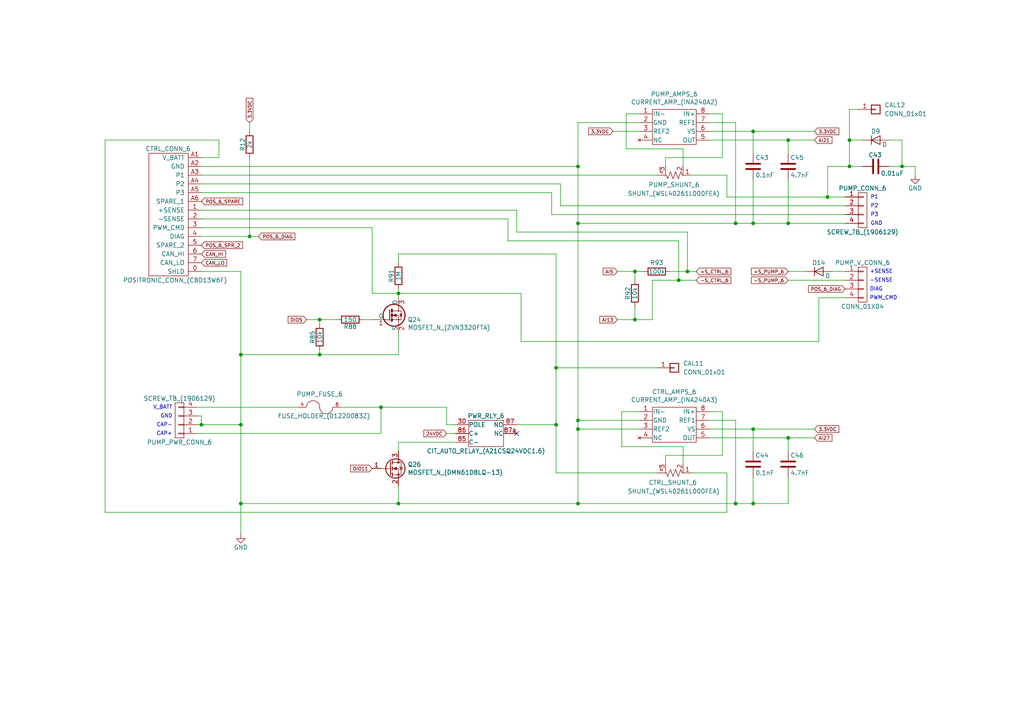
<source format=kicad_sch>
(kicad_sch (version 20250114) (generator "eeschema") (generator_version "9.0")
  (paper "A4")
  (lib_symbols
    (symbol "Connector_Generic:Conn_01x01" (pin_names (offset 1.016) (hide yes))
      (property "Reference" "J1" (at 2.54 1.2701 0))
      (property "Value" "Conn_01x01" (at 2.54 -1.2699 0))
      (symbol "Conn_01x01_1_1"
        (rectangle (start -1.27 1.27) (end 1.27 -1.27) (stroke (width 0.254)))
        (rectangle (start -1.27 0.127) (end 0 -0.127) (stroke (width 0.1524)))
        (pin passive line (at -5.08 0 0) (length 3.81) (name "Pin_1") (number "1"))
      )
    )
    (symbol "Device:Q_NMOS_GSD" (pin_names (offset 0) (hide yes))
      (property "Reference" "Q" (at 5.08 1.27 0))
      (property "Value" "Q_NMOS_GSD" (at 5.08 -1.27 0))
      (symbol "Q_NMOS_GSD_0_1"
        (polyline (pts (xy 0.254 1.905) (xy 0.254 -1.905)) (stroke (width 0.254)))
        (polyline (pts (xy 0.254 0) (xy -2.54 0)))
        (polyline (pts (xy 0.762 2.286) (xy 0.762 1.27)) (stroke (width 0.254)))
        (polyline (pts (xy 0.762 0.508) (xy 0.762 -0.508)) (stroke (width 0.254)))
        (polyline (pts (xy 0.762 -1.27) (xy 0.762 -2.286)) (stroke (width 0.254)))
        (polyline (pts (xy 0.762 -1.778) (xy 3.302 -1.778) (xy 3.302 1.778) (xy 0.762 1.778)))
        (polyline (pts (xy 1.016 0) (xy 2.032 0.381) (xy 2.032 -0.381) (xy 1.016 0)) (fill (type outline)))
        (circle (center 1.651 0) (radius 2.794) (stroke (width 0.254)))
        (polyline (pts (xy 2.54 2.54) (xy 2.54 1.778)))
        (circle (center 2.54 1.778) (radius 0.254) (fill (type outline)))
        (circle (center 2.54 -1.778) (radius 0.254) (fill (type outline)))
        (polyline (pts (xy 2.54 -2.54) (xy 2.54 0) (xy 0.762 0)))
        (polyline (pts (xy 2.794 0.508) (xy 2.921 0.381) (xy 3.683 0.381) (xy 3.81 0.254)))
        (polyline (pts (xy 3.302 0.381) (xy 2.921 -0.254) (xy 3.683 -0.254) (xy 3.302 0.381)))
      )
      (symbol "Q_NMOS_GSD_1_1"
        (pin input line (at -5.08 0 0) (length 2.54) (name "G") (number "1"))
        (pin passive line (at 2.54 5.08 270) (length 2.54) (name "D") (number "3"))
        (pin passive line (at 2.54 -5.08 90) (length 2.54) (name "S") (number "2"))
      )
    )
    (symbol "Device:R_Shunt_US" (pin_names (offset 0) (hide yes))
      (property "Reference" "R" (at -5.08 0 90))
      (property "Value" "R_Shunt_US" (at -3.048 0 90))
      (symbol "R_Shunt_US_1_1"
        (polyline (pts (xy 0 2.286) (xy 0 2.54)))
        (polyline (pts (xy 0 2.286) (xy 1.016 1.905) (xy 0 1.524) (xy -1.016 1.143) (xy 0 0.762)))
        (polyline (pts (xy 0 0.762) (xy 1.016 0.381) (xy 0 0) (xy -1.016 -0.381) (xy 0 -0.762)))
        (polyline (pts (xy 0 -0.762) (xy 1.016 -1.143) (xy 0 -1.524) (xy -1.016 -1.905) (xy 0 -2.286)))
        (polyline (pts (xy 0 -2.286) (xy 0 -2.54)))
        (polyline (pts (xy 0 -2.54) (xy 1.27 -2.54)))
        (polyline (pts (xy 1.27 2.54) (xy 0 2.54)))
        (pin passive line (at 0 5.08 270) (length 2.54) (name "~") (number "1"))
        (pin passive line (at 0 -5.08 90) (length 2.54) (name "~") (number "4"))
        (pin passive line (at 2.54 2.54 180) (length 1.27) (name "~") (number "2"))
        (pin passive line (at 2.54 -2.54 180) (length 1.27) (name "~") (number "3"))
      )
    )
    (symbol "Smart-Tank-Motherboard-rescue:C" (pin_numbers (hide yes)) (pin_names (offset 0.254))
      (property "Reference" "C" (at 0.635 2.54 0))
      (property "Value" "C" (at 0.635 -2.54 0))
      (symbol "C_0_1"
        (polyline (pts (xy -2.032 0.762) (xy 2.032 0.762)) (stroke (width 0.508)))
        (polyline (pts (xy -2.032 -0.762) (xy 2.032 -0.762)) (stroke (width 0.508)))
      )
      (symbol "C_1_1"
        (pin passive line (at 0 3.81 270) (length 2.794) (name "~") (number "1"))
        (pin passive line (at 0 -3.81 90) (length 2.794) (name "~") (number "2"))
      )
    )
    (symbol "Smart-Tank-Motherboard-rescue:CONN_01X04" (pin_names (offset 1.016) (hide yes))
      (property "Reference" "J" (at 0 6.35 0))
      (property "Value" "CONN_01X04" (at 2.54 0 90))
      (symbol "CONN_01X04_0_1"
        (rectangle (start -1.27 5.08) (end 1.27 -5.08))
        (rectangle (start -1.27 3.937) (end 0.254 3.683))
        (rectangle (start -1.27 1.397) (end 0.254 1.143))
        (rectangle (start -1.27 -1.143) (end 0.254 -1.397))
        (rectangle (start -1.27 -3.683) (end 0.254 -3.937))
      )
      (symbol "CONN_01X04_1_1"
        (pin passive line (at -5.08 3.81 0) (length 3.81) (name "P1") (number "1"))
        (pin passive line (at -5.08 1.27 0) (length 3.81) (name "P2") (number "2"))
        (pin passive line (at -5.08 -1.27 0) (length 3.81) (name "P3") (number "3"))
        (pin passive line (at -5.08 -3.81 0) (length 3.81) (name "P4") (number "4"))
      )
    )
    (symbol "Smart-Tank-Motherboard-rescue:D" (pin_numbers (hide yes)) (pin_names (offset 1.016) (hide yes))
      (property "Reference" "D" (at 0 2.54 0))
      (property "Value" "D" (at 0 -2.54 0))
      (symbol "D_0_1"
        (polyline (pts (xy -1.27 1.27) (xy -1.27 -1.27)) (stroke (width 0.2032)))
        (polyline (pts (xy 1.27 1.27) (xy 1.27 -1.27) (xy -1.27 0) (xy 1.27 1.27)) (stroke (width 0.2032)))
        (polyline (pts (xy 1.27 0) (xy -1.27 0)))
      )
      (symbol "D_1_1"
        (pin passive line (at -3.81 0 0) (length 2.54) (name "K") (number "1"))
        (pin passive line (at 3.81 0 180) (length 2.54) (name "A") (number "2"))
      )
    )
    (symbol "Smart-Tank-Motherboard-rescue:FUSE_HOLDER_(01220083Z)" (pin_names (offset 0.254))
      (property "Reference" "F" (at 0 3.81 0))
      (property "Value" "FUSE_HOLDER_(01220083Z)" (at 1.27 -3.81 0))
      (symbol "FUSE_HOLDER_(01220083Z)_0_1"
        (arc (start -3.81 0) (mid -1.905 1.905) (end 0 0))
        (arc (start 3.81 0) (mid 1.905 -1.905) (end 0 0))
      )
      (symbol "FUSE_HOLDER_(01220083Z)_1_1"
        (pin input line (at -6.35 0 0) (length 2.54) (name "~") (number "4"))
        (pin input line (at -6.35 0 0) (length 2.54) (hide yes) (name "~") (number "5"))
        (pin input line (at 6.35 0 180) (length 2.54) (name "~") (number "6"))
        (pin input line (at 6.35 0 180) (length 2.54) (hide yes) (name "~") (number "7"))
      )
    )
    (symbol "Smart-Tank-Motherboard-rescue:GND" (power) (pin_names (offset 0))
      (property "Value" "GND" (at 0 -3.81 0))
      (symbol "GND_0_1"
        (polyline (pts (xy 0 0) (xy 0 -1.27) (xy 1.27 -1.27) (xy 0 -2.54) (xy -1.27 -1.27) (xy 0 -1.27)))
      )
      (symbol "GND_1_1"
        (pin power_in line (at 0 0 270) (length 0) (hide yes) (name "GND") (number "1"))
      )
    )
    (symbol "Smart-Tank-Motherboard-rescue:MOSFET_N_(2N7002P,215)" (pin_names (offset 0))
      (property "Reference" "Q" (at 6.35 1.905 0))
      (property "Value" "MOSFET_N_(2N7002P,215)" (at 6.35 0 0))
      (symbol "MOSFET_N_(2N7002P,215)_0_1"
        (polyline (pts (xy 0 1.524) (xy 0 -1.524) (xy 0 -1.524)) (stroke (width 0.254)))
        (polyline (pts (xy 0.635 1.651) (xy 0.635 1.016)) (stroke (width 0.508)))
        (polyline (pts (xy 0.635 0.381) (xy 0.635 -0.381)) (stroke (width 0.508)))
        (polyline (pts (xy 0.635 -1.016) (xy 0.635 -1.651)) (stroke (width 0.508)))
        (polyline (pts (xy 0.762 1.27) (xy 2.54 1.27) (xy 2.54 2.54) (xy 2.54 2.54)))
        (polyline (pts (xy 0.762 0) (xy 1.27 0) (xy 2.54 0) (xy 2.54 -1.27) (xy 2.54 -1.27)))
        (polyline (pts (xy 0.762 -1.27) (xy 2.54 -1.27) (xy 2.54 -2.54) (xy 2.54 -2.54)))
        (polyline (pts (xy 0.889 0) (xy 1.905 0.381) (xy 1.905 -0.381) (xy 0.889 0) (xy 1.016 0) (xy 1.016 0)) (fill (type outline)))
        (circle (center 1.27 0) (radius 3.175) (stroke (width 0.3048)))
        (polyline (pts (xy 2.54 1.27) (xy 3.302 1.27) (xy 3.302 -1.27) (xy 2.54 -1.27)))
        (circle (center 2.54 1.27) (radius 0.127))
        (circle (center 2.54 -1.27) (radius 0.127))
        (polyline (pts (xy 3.048 0.381) (xy 2.921 0.254)))
        (polyline (pts (xy 3.048 0.381) (xy 3.556 0.381)))
        (polyline (pts (xy 3.302 0.381) (xy 3.048 -0.254) (xy 3.556 -0.254) (xy 3.302 0.381)) (fill (type outline)))
        (polyline (pts (xy 3.556 0.381) (xy 3.683 0.508)))
      )
      (symbol "MOSFET_N_(2N7002P,215)_1_1"
        (pin input line (at -5.08 -1.27 0) (length 5.08) (name "G") (number "1"))
        (pin passive line (at 2.54 5.08 270) (length 2.54) (name "D") (number "3"))
        (pin passive line (at 2.54 -5.08 90) (length 2.54) (name "S") (number "2"))
      )
    )
    (symbol "Smart-Tank-Motherboard-rescue:POSITRONIC_CONN_(CBD13W6F)" (pin_names (offset 1.016))
      (property "Reference" "CTRL_CONN_1" (at -0.762 16.51 0))
      (property "Value" "POSITRONIC_CONN_(CBD13W6F)" (at 1.27 -21.59 0))
      (symbol "POSITRONIC_CONN_(CBD13W6F)_0_1"
        (rectangle (start -6.35 15.24) (end 5.08 -20.32))
      )
      (symbol "POSITRONIC_CONN_(CBD13W6F)_1_1"
        (pin power_in line (at 8.89 13.97 180) (length 3.81) (name "V_BATT") (number "A1"))
        (pin power_in line (at 8.89 11.43 180) (length 3.81) (name "GND") (number "A2"))
        (pin power_out line (at 8.89 8.89 180) (length 3.81) (name "P1") (number "A3"))
        (pin power_out line (at 8.89 6.35 180) (length 3.81) (name "P2") (number "A4"))
        (pin power_out line (at 8.89 3.81 180) (length 3.81) (name "P3") (number "A5"))
        (pin input line (at 8.89 1.27 180) (length 3.81) (name "SPARE_1") (number "A6"))
        (pin passive line (at 8.89 -1.27 180) (length 3.81) (name "+SENSE") (number "1"))
        (pin passive line (at 8.89 -3.81 180) (length 3.81) (name "-SENSE") (number "2"))
        (pin input line (at 8.89 -6.35 180) (length 3.81) (name "PWM_CMD") (number "3"))
        (pin passive line (at 8.89 -8.89 180) (length 3.81) (name "DIAG") (number "4"))
        (pin passive line (at 8.89 -11.43 180) (length 3.81) (name "SPARE_2") (number "5"))
        (pin passive line (at 8.89 -13.97 180) (length 3.81) (name "CAN_HI") (number "6"))
        (pin passive line (at 8.89 -16.51 180) (length 3.81) (name "CAN_LO") (number "7"))
        (pin input line (at 8.89 -19.05 180) (length 3.81) (name "SHLD") (number "0"))
      )
    )
    (symbol "Smart-Tank-Motherboard-rescue:R" (pin_numbers (hide yes)) (pin_names (offset 0))
      (property "Reference" "R" (at 2.032 0 90))
      (property "Value" "R" (at 0 0 90))
      (symbol "R_0_1"
        (rectangle (start -1.016 -2.54) (end 1.016 2.54) (stroke (width 0.254)))
      )
      (symbol "R_1_1"
        (pin passive line (at 0 3.81 270) (length 1.27) (name "~") (number "1"))
        (pin passive line (at 0 -3.81 90) (length 1.27) (name "~") (number "2"))
      )
    )
    (symbol "Smart-Tank-Motherboard-rescue:SCREW_TB_(1906129)" (pin_names (offset 1.016) (hide yes))
      (property "Reference" "P" (at 0 6.35 0))
      (property "Value" "SCREW_TB_(1906129)" (at 2.54 0 90))
      (property "Description_1" " " (at 2.54 8.89 0))
      (symbol "SCREW_TB_(1906129)_0_1"
        (rectangle (start -1.27 5.08) (end 1.27 -5.08))
        (rectangle (start -1.27 3.937) (end 0.254 3.683))
        (rectangle (start -1.27 1.397) (end 0.254 1.143))
        (rectangle (start -1.27 -1.143) (end 0.254 -1.397))
        (rectangle (start -1.27 -3.683) (end 0.254 -3.937))
      )
      (symbol "SCREW_TB_(1906129)_1_1"
        (pin passive line (at -5.08 3.81 0) (length 3.81) (name "P1") (number "1"))
        (pin passive line (at -5.08 1.27 0) (length 3.81) (name "P2") (number "2"))
        (pin passive line (at -5.08 -1.27 0) (length 3.81) (name "P3") (number "3"))
        (pin passive line (at -5.08 -3.81 0) (length 3.81) (name "P4") (number "4"))
      )
    )
    (symbol "Smart-Tank-Motherboard-rescue:TE_AUTO_RELAY_(1432795-1)" (pin_names (offset 0.0254))
      (property "Reference" "P" (at 2.54 7.62 0))
      (property "Value" "TE_AUTO_RELAY_(1432795-1)" (at 3.81 -2.54 0))
      (symbol "TE_AUTO_RELAY_(1432795-1)_0_1"
        (rectangle (start -2.54 6.35) (end 7.62 -1.27))
      )
      (symbol "TE_AUTO_RELAY_(1432795-1)_1_1"
        (pin power_in line (at -6.35 5.08 0) (length 3.81) (name "POLE") (number "30"))
        (pin power_in line (at -6.35 2.54 0) (length 3.81) (name "C+") (number "86"))
        (pin input line (at -6.35 0 0) (length 3.81) (name "C-") (number "85"))
        (pin output line (at 11.43 5.08 180) (length 3.81) (name "NO") (number "87"))
        (pin output line (at 11.43 2.54 180) (length 3.81) (name "NC") (number "87a"))
      )
    )
    (symbol "_GARRETTS_PARTS:CURRENT_AMP_(INA240A3)" (pin_names (offset 0.254))
      (property "Reference" "CTRL_AMPS1" (at 15.24 6.985 0))
      (property "Value" "CURRENT_AMP_(INA240A3)" (at 15.24 4.6736 0))
      (symbol "CURRENT_AMP_(INA240A3)_0_1"
        (rectangle (start 8.89 2.54) (end 21.59 -7.62))
      )
      (symbol "CURRENT_AMP_(INA240A3)_1_1"
        (pin input line (at 5.08 1.27 0) (length 3.7084) (name "IN-") (number "1"))
        (pin power_in line (at 5.08 -1.27 0) (length 3.7084) (name "GND") (number "2"))
        (pin passive line (at 5.08 -3.81 0) (length 3.7084) (name "REF2") (number "3"))
        (pin no_connect line (at 5.08 -6.35 0) (length 3.7084) (name "NC") (number "4"))
        (pin input line (at 25.4 1.27 180) (length 3.7084) (name "IN+") (number "8"))
        (pin passive line (at 25.4 -1.27 180) (length 3.7084) (name "REF1") (number "7"))
        (pin power_in line (at 25.4 -3.81 180) (length 3.7084) (name "VS") (number "6"))
        (pin output line (at 25.4 -6.35 180) (length 3.7084) (name "OUT") (number "5"))
      )
    )
  )
  (text "P1" (at 252.476 57.912 0) (effects (font (size 1.0922 1.0922)) (justify left bottom)))
  (text "DIAG" (at 252.222 84.582 0) (effects (font (size 1.0922 1.0922)) (justify left bottom)))
  (text "GND" (at 252.476 65.532 0) (effects (font (size 1.0922 1.0922)) (justify left bottom)))
  (text "P2" (at 252.476 60.452 0) (effects (font (size 1.0922 1.0922)) (justify left bottom)))
  (text "CAP-" (at 50.038 123.952 0) (effects (font (size 1.0922 1.0922)) (justify right bottom)))
  (text "+SENSE" (at 252.222 79.502 0) (effects (font (size 1.0922 1.0922)) (justify left bottom)))
  (text "CAP+" (at 50.038 126.492 0) (effects (font (size 1.0922 1.0922)) (justify right bottom)))
  (text "-SENSE" (at 252.222 82.042 0) (effects (font (size 1.0922 1.0922)) (justify left bottom)))
  (text "PWM_CMD" (at 252.222 87.122 0) (effects (font (size 1.0922 1.0922)) (justify left bottom)))
  (text "GND\n" (at 50.038 121.412 0) (effects (font (size 1.0922 1.0922)) (justify right bottom)))
  (text "P3" (at 252.476 62.992 0) (effects (font (size 1.0922 1.0922)) (justify left bottom)))
  (text "V_BATT" (at 50.038 118.872 0) (effects (font (size 1.0922 1.0922)) (justify right bottom)))
  (junction (at 218.44 38.1))
  (junction (at 161.29 106.68))
  (junction (at 228.6 40.64))
  (junction (at 261.62 48.26))
  (junction (at 199.39 78.74))
  (junction (at 69.85 146.05))
  (junction (at 92.71 102.87))
  (junction (at 246.38 48.26))
  (junction (at 167.64 48.26))
  (junction (at 228.6 64.77))
  (junction (at 246.38 40.64))
  (junction (at 213.36 146.05))
  (junction (at 58.42 123.19))
  (junction (at 72.39 68.58))
  (junction (at 218.44 64.77))
  (junction (at 184.15 78.74))
  (junction (at 218.44 124.46))
  (junction (at 167.64 64.77))
  (junction (at 92.71 92.71))
  (junction (at 110.49 118.11))
  (junction (at 167.64 146.05))
  (junction (at 161.29 123.19))
  (junction (at 240.03 57.15))
  (junction (at 218.44 146.05))
  (junction (at 213.36 64.77))
  (junction (at 69.85 123.19))
  (junction (at 115.57 85.09))
  (junction (at 228.6 127))
  (junction (at 69.85 102.87))
  (junction (at 184.15 92.71))
  (junction (at 196.85 81.28))
  (junction (at 167.64 121.92))
  (junction (at 167.64 124.46))
  (junction (at 115.57 146.05))
  (no_connect (at 149.86 125.73))
  (wire (pts (xy 167.64 124.46) (xy 185.42 124.46)))
  (wire (pts (xy 167.64 64.77) (xy 213.36 64.77)))
  (wire (pts (xy 261.62 40.64) (xy 257.81 40.64)))
  (wire (pts (xy 177.8 38.1) (xy 185.42 38.1)))
  (wire (pts (xy 58.42 78.74) (xy 69.85 78.74)))
  (wire (pts (xy 58.42 48.26) (xy 167.64 48.26)))
  (wire (pts (xy 218.44 38.1) (xy 236.22 38.1)))
  (wire (pts (xy 228.6 52.07) (xy 228.6 64.77)))
  (wire (pts (xy 261.62 48.26) (xy 257.81 48.26)))
  (wire (pts (xy 161.29 106.68) (xy 161.29 123.19)))
  (wire (pts (xy 228.6 40.64) (xy 236.22 40.64)))
  (wire (pts (xy 151.13 85.09) (xy 151.13 99.06)))
  (wire (pts (xy 57.15 125.73) (xy 110.49 125.73)))
  (wire (pts (xy 179.07 78.74) (xy 184.15 78.74)))
  (wire (pts (xy 213.36 35.56) (xy 213.36 64.77)))
  (wire (pts (xy 58.42 123.19) (xy 69.85 123.19)))
  (wire (pts (xy 167.64 121.92) (xy 185.42 121.92)))
  (wire (pts (xy 151.13 99.06) (xy 237.49 99.06)))
  (wire (pts (xy 105.41 92.71) (xy 107.95 92.71)))
  (wire (pts (xy 72.39 45.72) (xy 72.39 68.58)))
  (wire (pts (xy 237.49 86.36) (xy 245.11 86.36)))
  (wire (pts (xy 30.48 40.64) (xy 30.48 148.59)))
  (wire (pts (xy 63.5 40.64) (xy 63.5 45.72)))
  (wire (pts (xy 209.55 45.72) (xy 209.55 33.02)))
  (wire (pts (xy 198.12 43.18) (xy 181.61 43.18)))
  (wire (pts (xy 205.74 40.64) (xy 228.6 40.64)))
  (wire (pts (xy 218.44 124.46) (xy 236.22 124.46)))
  (wire (pts (xy 261.62 40.64) (xy 261.62 48.26)))
  (wire (pts (xy 110.49 118.11) (xy 129.54 118.11)))
  (wire (pts (xy 241.3 78.74) (xy 245.11 78.74)))
  (wire (pts (xy 210.82 57.15) (xy 240.03 57.15)))
  (wire (pts (xy 129.54 125.73) (xy 132.08 125.73)))
  (wire (pts (xy 199.39 67.31) (xy 199.39 78.74)))
  (wire (pts (xy 58.42 66.04) (xy 107.95 66.04)))
  (wire (pts (xy 233.68 78.74) (xy 228.6 78.74)))
  (wire (pts (xy 69.85 102.87) (xy 69.85 123.19)))
  (wire (pts (xy 162.56 53.34) (xy 162.56 59.69)))
  (wire (pts (xy 240.03 57.15) (xy 245.11 57.15)))
  (wire (pts (xy 69.85 78.74) (xy 69.85 102.87)))
  (wire (pts (xy 213.36 146.05) (xy 218.44 146.05)))
  (wire (pts (xy 72.39 35.56) (xy 72.39 38.1)))
  (wire (pts (xy 92.71 101.6) (xy 92.71 102.87)))
  (wire (pts (xy 58.42 60.96) (xy 149.86 60.96)))
  (wire (pts (xy 132.08 128.27) (xy 115.57 128.27)))
  (wire (pts (xy 180.34 129.54) (xy 180.34 119.38)))
  (wire (pts (xy 246.38 31.75) (xy 246.38 40.64)))
  (wire (pts (xy 162.56 59.69) (xy 245.11 59.69)))
  (wire (pts (xy 149.86 67.31) (xy 199.39 67.31)))
  (wire (pts (xy 115.57 140.97) (xy 115.57 146.05)))
  (wire (pts (xy 218.44 52.07) (xy 218.44 64.77)))
  (wire (pts (xy 228.6 127) (xy 236.22 127)))
  (wire (pts (xy 228.6 40.64) (xy 228.6 44.45)))
  (wire (pts (xy 107.95 85.09) (xy 115.57 85.09)))
  (wire (pts (xy 57.15 118.11) (xy 86.36 118.11)))
  (wire (pts (xy 167.64 121.92) (xy 167.64 124.46)))
  (wire (pts (xy 58.42 50.8) (xy 190.5 50.8)))
  (wire (pts (xy 115.57 128.27) (xy 115.57 130.81)))
  (wire (pts (xy 88.9 92.71) (xy 92.71 92.71)))
  (wire (pts (xy 184.15 92.71) (xy 189.23 92.71)))
  (wire (pts (xy 30.48 148.59) (xy 210.82 148.59)))
  (wire (pts (xy 218.44 130.81) (xy 218.44 124.46)))
  (wire (pts (xy 189.23 92.71) (xy 189.23 81.28)))
  (wire (pts (xy 193.04 132.08) (xy 209.55 132.08)))
  (wire (pts (xy 190.5 106.68) (xy 161.29 106.68)))
  (wire (pts (xy 205.74 124.46) (xy 218.44 124.46)))
  (wire (pts (xy 69.85 102.87) (xy 92.71 102.87)))
  (wire (pts (xy 250.19 48.26) (xy 246.38 48.26)))
  (wire (pts (xy 92.71 92.71) (xy 97.79 92.71)))
  (wire (pts (xy 185.42 35.56) (xy 167.64 35.56)))
  (wire (pts (xy 190.5 137.16) (xy 161.29 137.16)))
  (wire (pts (xy 213.36 121.92) (xy 213.36 146.05)))
  (wire (pts (xy 199.39 78.74) (xy 201.93 78.74)))
  (wire (pts (xy 30.48 40.64) (xy 63.5 40.64)))
  (wire (pts (xy 209.55 119.38) (xy 205.74 119.38)))
  (wire (pts (xy 245.11 81.28) (xy 228.6 81.28)))
  (wire (pts (xy 240.03 48.26) (xy 240.03 57.15)))
  (wire (pts (xy 218.44 38.1) (xy 218.44 44.45)))
  (wire (pts (xy 58.42 68.58) (xy 72.39 68.58)))
  (wire (pts (xy 115.57 85.09) (xy 115.57 86.36)))
  (wire (pts (xy 213.36 64.77) (xy 218.44 64.77)))
  (wire (pts (xy 248.92 31.75) (xy 246.38 31.75)))
  (wire (pts (xy 194.31 78.74) (xy 199.39 78.74)))
  (wire (pts (xy 63.5 45.72) (xy 58.42 45.72)))
  (wire (pts (xy 115.57 85.09) (xy 151.13 85.09)))
  (wire (pts (xy 69.85 146.05) (xy 115.57 146.05)))
  (wire (pts (xy 72.39 68.58) (xy 74.93 68.58)))
  (wire (pts (xy 246.38 48.26) (xy 240.03 48.26)))
  (wire (pts (xy 58.42 55.88) (xy 160.02 55.88)))
  (wire (pts (xy 184.15 78.74) (xy 186.69 78.74)))
  (wire (pts (xy 57.15 123.19) (xy 58.42 123.19)))
  (wire (pts (xy 107.95 66.04) (xy 107.95 85.09)))
  (wire (pts (xy 129.54 123.19) (xy 129.54 118.11)))
  (wire (pts (xy 200.66 50.8) (xy 210.82 50.8)))
  (wire (pts (xy 184.15 78.74) (xy 184.15 81.28)))
  (wire (pts (xy 115.57 102.87) (xy 115.57 96.52)))
  (wire (pts (xy 167.64 146.05) (xy 213.36 146.05)))
  (wire (pts (xy 205.74 121.92) (xy 213.36 121.92)))
  (wire (pts (xy 218.44 146.05) (xy 228.6 146.05)))
  (wire (pts (xy 193.04 48.26) (xy 193.04 45.72)))
  (wire (pts (xy 161.29 73.66) (xy 161.29 106.68)))
  (wire (pts (xy 205.74 35.56) (xy 213.36 35.56)))
  (wire (pts (xy 218.44 64.77) (xy 228.6 64.77)))
  (wire (pts (xy 265.43 48.26) (xy 261.62 48.26)))
  (wire (pts (xy 149.86 123.19) (xy 161.29 123.19)))
  (wire (pts (xy 228.6 64.77) (xy 245.11 64.77)))
  (wire (pts (xy 209.55 33.02) (xy 205.74 33.02)))
  (wire (pts (xy 58.42 63.5) (xy 147.32 63.5)))
  (wire (pts (xy 92.71 93.98) (xy 92.71 92.71)))
  (wire (pts (xy 115.57 73.66) (xy 161.29 73.66)))
  (wire (pts (xy 69.85 123.19) (xy 69.85 146.05)))
  (wire (pts (xy 246.38 40.64) (xy 250.19 40.64)))
  (wire (pts (xy 181.61 33.02) (xy 185.42 33.02)))
  (wire (pts (xy 110.49 125.73) (xy 110.49 118.11)))
  (wire (pts (xy 209.55 132.08) (xy 209.55 119.38)))
  (wire (pts (xy 228.6 138.43) (xy 228.6 146.05)))
  (wire (pts (xy 167.64 64.77) (xy 167.64 48.26)))
  (wire (pts (xy 198.12 129.54) (xy 180.34 129.54)))
  (wire (pts (xy 132.08 123.19) (xy 129.54 123.19)))
  (wire (pts (xy 181.61 43.18) (xy 181.61 33.02)))
  (wire (pts (xy 149.86 60.96) (xy 149.86 67.31)))
  (wire (pts (xy 115.57 76.2) (xy 115.57 73.66)))
  (wire (pts (xy 196.85 69.85) (xy 196.85 81.28)))
  (wire (pts (xy 210.82 148.59) (xy 210.82 137.16)))
  (wire (pts (xy 180.34 119.38) (xy 185.42 119.38)))
  (wire (pts (xy 179.07 92.71) (xy 184.15 92.71)))
  (wire (pts (xy 147.32 63.5) (xy 147.32 69.85)))
  (wire (pts (xy 205.74 38.1) (xy 218.44 38.1)))
  (wire (pts (xy 99.06 118.11) (xy 110.49 118.11)))
  (wire (pts (xy 161.29 137.16) (xy 161.29 123.19)))
  (wire (pts (xy 193.04 45.72) (xy 209.55 45.72)))
  (wire (pts (xy 210.82 50.8) (xy 210.82 57.15)))
  (wire (pts (xy 58.42 120.65) (xy 58.42 123.19)))
  (wire (pts (xy 115.57 83.82) (xy 115.57 85.09)))
  (wire (pts (xy 57.15 120.65) (xy 58.42 120.65)))
  (wire (pts (xy 246.38 40.64) (xy 246.38 48.26)))
  (wire (pts (xy 58.42 53.34) (xy 162.56 53.34)))
  (wire (pts (xy 193.04 134.62) (xy 193.04 132.08)))
  (wire (pts (xy 237.49 99.06) (xy 237.49 86.36)))
  (wire (pts (xy 198.12 134.62) (xy 198.12 129.54)))
  (wire (pts (xy 160.02 62.23) (xy 245.11 62.23)))
  (wire (pts (xy 167.64 124.46) (xy 167.64 146.05)))
  (wire (pts (xy 115.57 146.05) (xy 167.64 146.05)))
  (wire (pts (xy 210.82 137.16) (xy 200.66 137.16)))
  (wire (pts (xy 198.12 48.26) (xy 198.12 43.18)))
  (wire (pts (xy 189.23 81.28) (xy 196.85 81.28)))
  (wire (pts (xy 147.32 69.85) (xy 196.85 69.85)))
  (wire (pts (xy 196.85 81.28) (xy 201.93 81.28)))
  (wire (pts (xy 218.44 138.43) (xy 218.44 146.05)))
  (wire (pts (xy 69.85 146.05) (xy 69.85 154.94)))
  (wire (pts (xy 160.02 55.88) (xy 160.02 62.23)))
  (wire (pts (xy 92.71 102.87) (xy 115.57 102.87)))
  (wire (pts (xy 167.64 64.77) (xy 167.64 121.92)))
  (wire (pts (xy 205.74 127) (xy 228.6 127)))
  (wire (pts (xy 167.64 35.56) (xy 167.64 48.26)))
  (wire (pts (xy 184.15 88.9) (xy 184.15 92.71)))
  (wire (pts (xy 228.6 127) (xy 228.6 130.81)))
  (wire (pts (xy 265.43 50.8) (xy 265.43 48.26)))
  (global_label "AI27" (shape input) (at 236.22 127 0) (effects (font (size 0.9906 0.9906))) (property "Intersheetrefs" "${INTERSHEET_REFS}" (effects (hide yes))))
  (global_label "+S_PUMP_6" (shape input) (at 228.6 78.74 180) (effects (font (size 0.9906 0.9906))) (property "Intersheetrefs" "${INTERSHEET_REFS}" (effects (hide yes))))
  (global_label "AI21" (shape input) (at 236.22 40.64 0) (effects (font (size 0.9906 0.9906))) (property "Intersheetrefs" "${INTERSHEET_REFS}" (effects (hide yes))))
  (global_label "POS_6_DIAG" (shape input) (at 245.11 83.82 180) (effects (font (size 0.9906 0.9906))) (property "Intersheetrefs" "${INTERSHEET_REFS}" (effects (hide yes))))
  (global_label "POS_6_SPR_2" (shape input) (at 58.42 71.12 0) (effects (font (size 0.9906 0.9906))) (property "Intersheetrefs" "${INTERSHEET_REFS}" (effects (hide yes))))
  (global_label "POS_6_DIAG" (shape input) (at 74.93 68.58 0) (effects (font (size 0.9906 0.9906))) (property "Intersheetrefs" "${INTERSHEET_REFS}" (effects (hide yes))))
  (global_label "CAN_LO" (shape input) (at 58.42 76.2 0) (effects (font (size 0.9906 0.9906))) (property "Intersheetrefs" "${INTERSHEET_REFS}" (effects (hide yes))))
  (global_label "DIO11" (shape input) (at 107.95 135.89 180) (effects (font (size 0.9906 0.9906))) (property "Intersheetrefs" "${INTERSHEET_REFS}" (effects (hide yes))))
  (global_label "3.3VDC" (shape input) (at 236.22 124.46 0) (effects (font (size 0.9906 0.9906))) (property "Intersheetrefs" "${INTERSHEET_REFS}" (effects (hide yes))))
  (global_label "-S_CTRL_6" (shape input) (at 201.93 81.28 0) (effects (font (size 0.9906 0.9906))) (property "Intersheetrefs" "${INTERSHEET_REFS}" (effects (hide yes))))
  (global_label "+S_CTRL_6" (shape input) (at 201.93 78.74 0) (effects (font (size 0.9906 0.9906))) (property "Intersheetrefs" "${INTERSHEET_REFS}" (effects (hide yes))))
  (global_label "3.3VDC" (shape input) (at 72.39 35.56 90) (effects (font (size 0.9906 0.9906))) (property "Intersheetrefs" "${INTERSHEET_REFS}" (effects (hide yes))))
  (global_label "3.3VDC" (shape input) (at 177.8 38.1 180) (effects (font (size 0.9906 0.9906))) (property "Intersheetrefs" "${INTERSHEET_REFS}" (effects (hide yes))))
  (global_label "3.3VDC" (shape input) (at 236.22 38.1 0) (effects (font (size 0.9906 0.9906))) (property "Intersheetrefs" "${INTERSHEET_REFS}" (effects (hide yes))))
  (global_label "CAN_HI" (shape input) (at 58.42 73.66 0) (effects (font (size 0.9906 0.9906))) (property "Intersheetrefs" "${INTERSHEET_REFS}" (effects (hide yes))))
  (global_label "24VDC" (shape input) (at 129.54 125.73 180) (effects (font (size 0.9906 0.9906))) (property "Intersheetrefs" "${INTERSHEET_REFS}" (effects (hide yes))))
  (global_label "DIO5" (shape input) (at 88.9 92.71 180) (effects (font (size 0.9906 0.9906))) (property "Intersheetrefs" "${INTERSHEET_REFS}" (effects (hide yes))))
  (global_label "AI5" (shape input) (at 179.07 78.74 180) (effects (font (size 0.9906 0.9906))) (property "Intersheetrefs" "${INTERSHEET_REFS}" (effects (hide yes))))
  (global_label "AI13" (shape input) (at 179.07 92.71 180) (effects (font (size 0.9906 0.9906))) (property "Intersheetrefs" "${INTERSHEET_REFS}" (effects (hide yes))))
  (global_label "-S_PUMP_6" (shape input) (at 228.6 81.28 180) (effects (font (size 0.9906 0.9906))) (property "Intersheetrefs" "${INTERSHEET_REFS}" (effects (hide yes))))
  (global_label "POS_6_SPARE" (shape input) (at 58.42 58.42 0) (effects (font (size 0.9906 0.9906))) (property "Intersheetrefs" "${INTERSHEET_REFS}" (effects (hide yes))))
  (symbol (lib_id "Connector_Generic:Conn_01x01") (at 195.58 106.68 0) (unit 1)
    (property "Reference" "CAL11" (at 198.12 105.4099 0) (effects (justify left)))
    (property "Value" "CONN_01x01" (at 198.12 107.9499 0) (effects (justify left)))
    (property "Description" "Generic connector, single row, 01x01, script generated (kicad-library-utils/schlib/autogen/connector/)" (effects (hide yes)))
  )
  (symbol (lib_id "Connector_Generic:Conn_01x01") (at 254 31.75 0) (unit 1)
    (property "Reference" "CAL12" (at 256.54 30.4799 0) (effects (justify left)))
    (property "Value" "CONN_01x01" (at 256.54 33.0199 0) (effects (justify left)))
    (property "Description" "Generic connector, single row, 01x01, script generated (kicad-library-utils/schlib/autogen/connector/)" (effects (hide yes)))
  )
  (symbol (lib_id "Device:Q_NMOS_GSD") (at 113.03 135.89 0) (unit 1)
    (property "Reference" "Q26" (at 118.237 134.7216 0) (effects (justify left)))
    (property "Value" "MOSFET_N_(DMN61D8LQ-13)" (at 118.237 137.033 0) (effects (justify left)))
    (property "Footprint" "Package_TO_SOT_SMD:SOT-23" (effects (hide yes)))
    (property "Datasheet" "https://www.digikey.com/en/products/detail/diodes-incorporated/DMN61D8LQ-13/5488598" (effects (hide yes)))
  )
  (symbol (lib_id "Smart-Tank-Motherboard-rescue:TE_AUTO_RELAY_(1432795-1)") (at 138.43 128.27 0) (unit 1)
    (property "Reference" "PWR_RLY_6" (at 140.97 120.65 0))
    (property "Value" "CIT_AUTO_RELAY_(A21CSQ24VDC1.6)" (at 140.97 130.81 0))
    (property "Footprint" "Smart_Tank:TE_AUTO_RELAY_SOCKET_(VCF4-1000)" (effects (hide yes)))
  )
  (symbol (lib_id "Smart-Tank-Motherboard-rescue:R") (at 72.39 41.91 180) (unit 1)
    (property "Reference" "R12" (at 70.358 41.91 90))
    (property "Value" "2k" (at 72.39 41.91 90))
    (property "Footprint" "Resistors_SMD:R_1206" (effects (hide yes)))
  )
  (symbol (lib_id "Smart-Tank-Motherboard-rescue:R") (at 115.57 80.01 180) (unit 1)
    (property "Reference" "R91" (at 113.538 80.01 90))
    (property "Value" "1M" (at 115.57 80.01 90))
    (property "Footprint" "Resistors_SMD:R_1206" (effects (hide yes)))
  )
  (symbol (lib_id "Smart-Tank-Motherboard-rescue:SCREW_TB_(1906129)") (at 52.07 121.92 180) (unit 1)
    (property "Reference" "PUMP_PWR_CONN_6" (at 52.07 128.27 0))
    (property "Value" "SCREW_TB_(1906129)" (at 52.07 115.57 0))
    (property "Footprint" "Smart_Tank:PHNX_TB_SCREW_4_POS_(1906129)" (effects (hide yes)))
    (property "Description" " " (at 49.53 130.81 0) (effects (font (size 1.524 1.524))))
  )
  (symbol (lib_id "_GARRETTS_PARTS:CURRENT_AMP_(INA240A3)") (at 180.34 34.29 0) (unit 1)
    (property "Reference" "PUMP_AMPS_6" (at 195.58 27.305 0))
    (property "Value" "CURRENT_AMP_(INA240A2)" (at 195.58 29.6164 0))
    (property "Footprint" "Package_SO:SOIC-8_3.9x4.9mm_P1.27mm" (effects (hide yes)))
    (property "Datasheet" "https://www.digikey.com/en/products/detail/texas-instruments/INA240A2EDRQ1/9861455?s=N4IgTCBcDaIJIDkCCYAsAGFBRAIgJQEUBGEAXQF8g" (effects (hide yes)))
  )
  (symbol (lib_id "_GARRETTS_PARTS:CURRENT_AMP_(INA240A3)") (at 180.34 120.65 0) (unit 1)
    (property "Reference" "CTRL_AMPS_6" (at 195.58 113.665 0))
    (property "Value" "CURRENT_AMP_(INA240A3)" (at 195.58 115.9764 0))
    (property "Footprint" "Package_SO:SOIC-8_3.9x4.9mm_P1.27mm" (effects (hide yes)))
    (property "Datasheet" "https://www.digikey.com/en/products/detail/texas-instruments/INA240A3EDRQ1/9861456" (effects (hide yes)))
  )
  (symbol (lib_id "Smart-Tank-Motherboard-rescue:R") (at 190.5 78.74 270) (unit 1)
    (property "Reference" "R93" (at 190.5 76.2 90))
    (property "Value" "100k" (at 190.5 78.74 90))
    (property "Footprint" "Resistors_SMD:R_1206" (effects (hide yes)))
  )
  (symbol (lib_id "Smart-Tank-Motherboard-rescue:R") (at 92.71 97.79 180) (unit 1)
    (property "Reference" "R85" (at 90.678 97.79 90))
    (property "Value" "10k" (at 92.71 97.79 90))
    (property "Footprint" "Resistors_SMD:R_1206" (effects (hide yes)))
  )
  (symbol (lib_id "Device:R_Shunt_US") (at 195.58 137.16 270) (mirror x) (unit 1)
    (property "Reference" "CTRL_SHUNT_6" (at 202.184 139.954 90) (effects (justify right)))
    (property "Value" "SHUNT_(WSL40261L000FEA)" (at 208.788 142.494 90) (effects (justify right)))
    (property "Footprint" "_GARRETTS_PARTS:SHUNT_(WSL40261L000FEA)" (effects (hide yes)))
  )
  (symbol (lib_id "Smart-Tank-Motherboard-rescue:C") (at 218.44 134.62 0) (unit 1)
    (property "Reference" "C44" (at 219.075 132.08 0) (effects (justify left)))
    (property "Value" "0.1nF" (at 219.075 137.16 0) (effects (justify left)))
    (property "Footprint" "Capacitors_SMD:C_1206" (effects (hide yes)))
  )
  (symbol (lib_id "Smart-Tank-Motherboard-rescue:C") (at 228.6 134.62 0) (unit 1)
    (property "Reference" "C46" (at 229.235 132.08 0) (effects (justify left)))
    (property "Value" "4.7nF" (at 229.235 137.16 0) (effects (justify left)))
    (property "Footprint" "Capacitors_SMD:C_1206" (effects (hide yes)))
  )
  (symbol (lib_id "Device:R_Shunt_US") (at 195.58 50.8 270) (mirror x) (unit 1)
    (property "Reference" "PUMP_SHUNT_6" (at 202.946 53.594 90) (effects (justify right)))
    (property "Value" "SHUNT_(WSL40261L000FEA)" (at 208.788 56.134 90) (effects (justify right)))
    (property "Footprint" "_GARRETTS_PARTS:SHUNT_(WSL40261L000FEA)" (effects (hide yes)))
  )
  (symbol (lib_id "Smart-Tank-Motherboard-rescue:FUSE_HOLDER_(01220083Z)") (at 92.71 118.11 0) (unit 1)
    (property "Reference" "PUMP_FUSE_6" (at 92.71 114.3 0))
    (property "Value" "FUSE_HOLDER_(01220083Z)" (at 93.98 120.65 0))
    (property "Footprint" "Smart_Tank:FUSE_HOLDER_(01220083Z)" (effects (hide yes)))
  )
  (symbol (lib_id "Smart-Tank-Motherboard-rescue:SCREW_TB_(1906129)") (at 250.19 60.96 0) (unit 1)
    (property "Reference" "PUMP_CONN_6" (at 250.19 54.61 0))
    (property "Value" "SCREW_TB_(1906129)" (at 250.19 67.31 0))
    (property "Footprint" "Smart_Tank:PHNX_TB_SCREW_4_POS_(1906129)" (effects (hide yes)))
    (property "Description" " " (at 252.73 52.07 0) (effects (font (size 1.524 1.524))))
  )
  (symbol (lib_id "Smart-Tank-Motherboard-rescue:C") (at 218.44 48.26 0) (unit 1)
    (property "Reference" "C43" (at 219.075 45.72 0) (effects (justify left)))
    (property "Value" "0.1nF" (at 219.075 50.8 0) (effects (justify left)))
    (property "Footprint" "Capacitors_SMD:C_1206" (effects (hide yes)))
  )
  (symbol (lib_id "Smart-Tank-Motherboard-rescue:D") (at 254 40.64 0) (unit 1)
    (property "Reference" "D9" (at 254 38.1 0))
    (property "Value" "D" (at 256.54 41.91 0))
    (property "Footprint" "Diodes_SMD:SOD-123" (effects (hide yes)))
  )
  (symbol (lib_id "Smart-Tank-Motherboard-rescue:R") (at 184.15 85.09 180) (unit 1)
    (property "Reference" "R92" (at 182.118 85.09 90))
    (property "Value" "10k" (at 184.15 85.09 90))
    (property "Footprint" "Resistors_SMD:R_1206" (effects (hide yes)))
  )
  (symbol (lib_id "Smart-Tank-Motherboard-rescue:C") (at 228.6 48.26 0) (unit 1)
    (property "Reference" "C45" (at 229.235 45.72 0) (effects (justify left)))
    (property "Value" "4.7nF" (at 229.235 50.8 0) (effects (justify left)))
    (property "Footprint" "Capacitors_SMD:C_1206" (effects (hide yes)))
  )
  (symbol (lib_id "Smart-Tank-Motherboard-rescue:GND") (at 265.43 50.8 0) (unit 1)
    (property "Reference" "#PWR032" (effects (hide yes)))
    (property "Value" "GND" (at 265.43 54.61 0))
  )
  (symbol (lib_id "Smart-Tank-Motherboard-rescue:CONN_01X04") (at 250.19 82.55 0) (unit 1)
    (property "Reference" "PUMP_V_CONN_6" (at 250.19 76.2 0))
    (property "Value" "CONN_01X04" (at 250.19 88.9 0))
    (property "Footprint" "Smart_Tank:PHNX_TB_SCREW_4_POS_(1729144)" (effects (hide yes)))
  )
  (symbol (lib_id "Smart-Tank-Motherboard-rescue:D") (at 237.49 78.74 0) (unit 1)
    (property "Reference" "D14" (at 237.49 76.2 0))
    (property "Value" "D" (at 240.03 80.01 0))
    (property "Footprint" "Diodes_SMD:SOD-123" (effects (hide yes)))
  )
  (symbol (lib_id "Smart-Tank-Motherboard-rescue:MOSFET_N_(2N7002P,215)") (at 113.03 91.44 0) (unit 1)
    (property "Reference" "Q24" (at 122.174 92.71 0) (effects (justify right)))
    (property "Value" "MOSFET_N_(ZVN3320FTA)" (at 142.24 94.996 0) (effects (justify right)))
    (property "Footprint" "TO_SOT_Packages_SMD:SOT-23" (effects (hide yes)))
  )
  (symbol (lib_id "Smart-Tank-Motherboard-rescue:C") (at 254 48.26 90) (unit 1)
    (property "Reference" "C43" (at 255.778 44.958 90) (effects (justify left)))
    (property "Value" "0.01uF" (at 262.128 50.292 90) (effects (justify left)))
    (property "Footprint" "Capacitors_SMD:C_1206" (effects (hide yes)))
  )
  (symbol (lib_id "Smart-Tank-Motherboard-rescue:R") (at 101.6 92.71 270) (unit 1)
    (property "Reference" "R88" (at 101.6 94.742 90))
    (property "Value" "150" (at 101.6 92.71 90))
    (property "Footprint" "Resistors_SMD:R_1206" (effects (hide yes)))
  )
  (symbol (lib_id "Smart-Tank-Motherboard-rescue:POSITRONIC_CONN_(CBD13W6F)") (at 49.53 59.69 0) (unit 1)
    (property "Reference" "CTRL_CONN_6" (at 48.768 43.18 0))
    (property "Value" "POSITRONIC_CONN_(CBD13W6F)" (at 50.8 81.28 0))
    (property "Footprint" "Smart_Tank:POSITRONIC_D-SUB_(CBD13W6F35S600X_AA)" (effects (hide yes)))
  )
  (symbol (lib_id "Smart-Tank-Motherboard-rescue:GND") (at 69.85 154.94 0) (unit 1)
    (property "Reference" "#PWR027" (effects (hide yes)))
    (property "Value" "GND" (at 69.85 158.75 0))
  )
)
</source>
